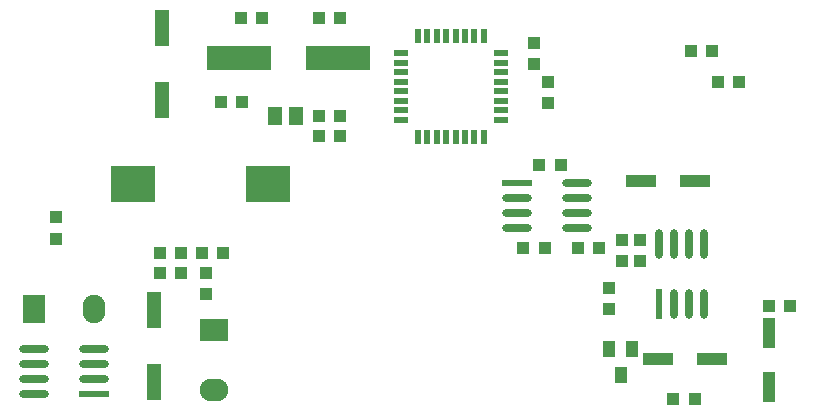
<source format=gtp>
G04 Layer_Color=8421504*
%FSLAX44Y44*%
%MOMM*%
G71*
G01*
G75*
%ADD10R,1.0000X1.0000*%
%ADD11O,2.4130X1.9050*%
%ADD12R,2.4130X1.9050*%
%ADD13R,1.0000X1.0000*%
%ADD14R,1.3000X0.5000*%
%ADD15R,0.5000X1.3000*%
%ADD16R,2.5400X1.0160*%
%ADD17R,1.0160X2.5400*%
%ADD18R,1.2700X3.0480*%
%ADD19R,5.5000X2.0000*%
%ADD20O,1.9050X2.4130*%
%ADD21R,1.9050X2.4130*%
%ADD22O,2.5400X0.6000*%
%ADD23R,2.5400X0.6000*%
%ADD24R,0.6000X2.5400*%
%ADD25O,0.6000X2.5400*%
%ADD26R,1.3000X1.5000*%
%ADD27R,3.8100X3.0500*%
%ADD28R,1.0000X1.4000*%
D10*
X664500Y98000D02*
D03*
X646500D02*
D03*
X484500Y146750D02*
D03*
X502500D02*
D03*
X438500D02*
D03*
X456500D02*
D03*
X265000Y258250D02*
D03*
X283000D02*
D03*
X148500Y142500D02*
D03*
X130500D02*
D03*
X166000D02*
D03*
X184000D02*
D03*
X130500Y125750D02*
D03*
X148500D02*
D03*
X200500Y270500D02*
D03*
X182500D02*
D03*
X621000Y287500D02*
D03*
X603000D02*
D03*
X580000Y313500D02*
D03*
X598000D02*
D03*
X565500Y18750D02*
D03*
X583500D02*
D03*
X265000Y241750D02*
D03*
X283000D02*
D03*
X451930Y217130D02*
D03*
X469930D02*
D03*
X283490Y341540D02*
D03*
X265490D02*
D03*
X199450D02*
D03*
X217450D02*
D03*
D11*
X176250Y26600D02*
D03*
D12*
Y77400D02*
D03*
D13*
X169750Y107750D02*
D03*
Y125750D02*
D03*
X43100Y172790D02*
D03*
Y154790D02*
D03*
X459000Y287500D02*
D03*
Y269500D02*
D03*
X511250Y95000D02*
D03*
Y113000D02*
D03*
X537130Y153740D02*
D03*
Y135740D02*
D03*
X447000Y302750D02*
D03*
Y320750D02*
D03*
X521750Y153500D02*
D03*
Y135500D02*
D03*
D14*
X334500Y311500D02*
D03*
Y303500D02*
D03*
Y295500D02*
D03*
Y287500D02*
D03*
Y279500D02*
D03*
Y271500D02*
D03*
Y263500D02*
D03*
Y255500D02*
D03*
X419500D02*
D03*
Y263500D02*
D03*
Y271500D02*
D03*
Y279500D02*
D03*
Y287500D02*
D03*
Y295500D02*
D03*
Y303500D02*
D03*
Y311500D02*
D03*
D15*
X349000Y241000D02*
D03*
X357000D02*
D03*
X365000D02*
D03*
X373000D02*
D03*
X381000D02*
D03*
X389000D02*
D03*
X397000D02*
D03*
X405000D02*
D03*
Y326000D02*
D03*
X397000D02*
D03*
X389000D02*
D03*
X381000D02*
D03*
X373000D02*
D03*
X365000D02*
D03*
X357000D02*
D03*
X349000D02*
D03*
D16*
X598360Y53000D02*
D03*
X552640D02*
D03*
X538400Y203160D02*
D03*
X584120D02*
D03*
D17*
X646000Y74860D02*
D03*
Y29140D02*
D03*
D18*
X126000Y33020D02*
D03*
Y93980D02*
D03*
X132250Y332980D02*
D03*
Y272020D02*
D03*
D19*
X197250Y307500D02*
D03*
X281250D02*
D03*
D20*
X75150Y95250D02*
D03*
D21*
X24350D02*
D03*
D22*
X24450Y23040D02*
D03*
Y35740D02*
D03*
Y48440D02*
D03*
Y61140D02*
D03*
X75250D02*
D03*
Y48440D02*
D03*
Y35740D02*
D03*
X483790Y201890D02*
D03*
Y189190D02*
D03*
Y176490D02*
D03*
Y163790D02*
D03*
X432990D02*
D03*
Y176490D02*
D03*
Y189190D02*
D03*
D23*
X75250Y23040D02*
D03*
X432990Y201890D02*
D03*
D24*
X553640Y99020D02*
D03*
D25*
X566340D02*
D03*
X579040D02*
D03*
X591740D02*
D03*
Y149820D02*
D03*
X579040D02*
D03*
X566340D02*
D03*
X553640D02*
D03*
D26*
X246000Y258250D02*
D03*
X228000D02*
D03*
D27*
X222400Y201000D02*
D03*
X108100D02*
D03*
D28*
X511250Y61500D02*
D03*
X530250D02*
D03*
X520750Y39500D02*
D03*
M02*

</source>
